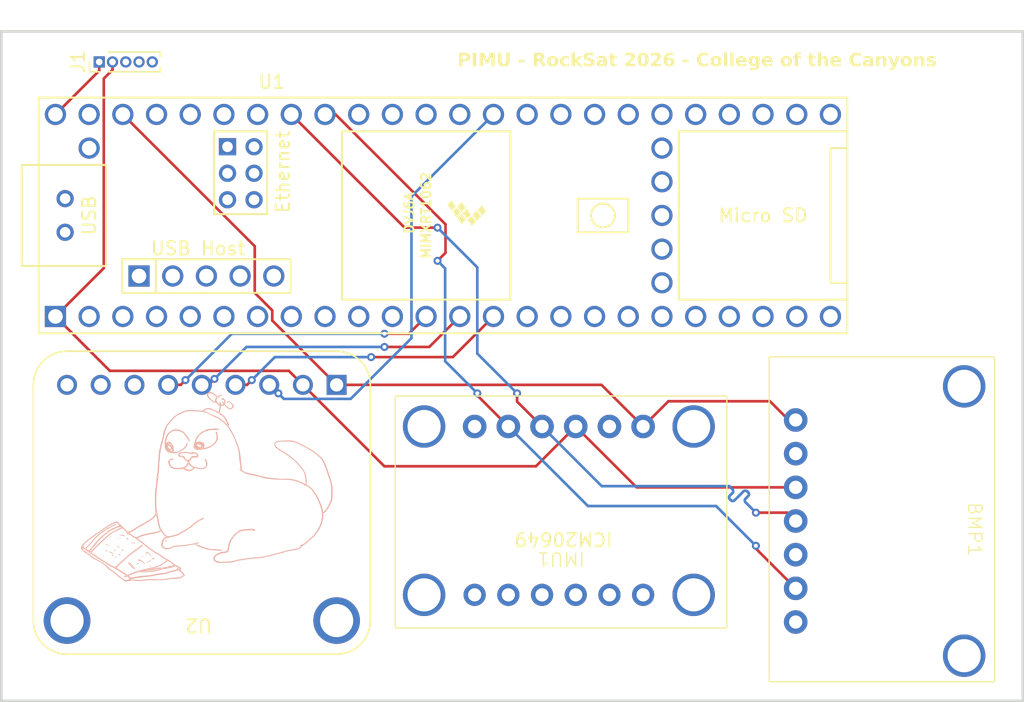
<source format=kicad_pcb>
(kicad_pcb (version 20241229) (generator "pcbnew") (generator_version "9.0")
  (title_block (title "PIMU Board") (date "2025-11-03") (rev "3") (company "COC RockSat 2026") (comment 1 "Owen Higgins"))
  (layers (0 "F.Cu" jumper) (2 "B.Cu" signal) (13 "F.Paste" user) (15 "B.Paste" user) (5 "F.SilkS" user "F.Silkscreen") (7 "B.SilkS" user "B.Silkscreen") (1 "F.Mask" user) (3 "B.Mask" user) (25 "Edge.Cuts" user))
  (net 0 "")
  (net 8 "/SD_CS")
  (net 19 "/SD_SCK")
  (net 35 "Net-(J1-Pin_1)")
  (net 39 "/SD_MOSI")
  (net 40 "/SD_MISO")
  (net 78 "Net-(BMP1-SCK)")
  (net 79 "Net-(BMP1-SDI)")
  (net 82 "Net-(BMP1-VIN)")
  (net 83 "Net-(BMP1-GND)")
  (footprint "RSX:BMP280" (layer "F.Cu") (at 173.5 109.75 -90)
    (property "Reference" "BMP1" (at 0 -6 270) (layer "F.SilkS") (effects (font (thickness 0.1))))
    (property "Value" "BMP280" (hide yes))
    (pad "" np_thru_hole circle (at -10.78 7.5 270) (size 2.54 2.54) (drill 2.54) (layers "*.Cu" "*.Mask"))
    (pad "" np_thru_hole circle (at -10.78 7.5 270) (size 2.54 2.54) (drill 2.54) (layers "*.Cu" "*.Mask"))
    (pad "" np_thru_hole circle (at 9.54 7.5 270) (size 2.54 2.54) (drill 2.54) (layers "*.Cu" "*.Mask"))
    (pad "" np_thru_hole circle (at 9.54 7.5 270) (size 2.54 2.54) (drill 2.54) (layers "*.Cu" "*.Mask"))
    (pad "1" thru_hole circle (at -8.24 7.5) (size 1.778 1.778) (drill 1) (layers "*.Cu" "*.Mask") (net 82 "Net-(BMP1-VIN)"))
    (pad "2" thru_hole circle (at -5.7 7.5) (size 1.778 1.778) (drill 1) (layers "*.Cu" "*.Mask"))
    (pad "3" thru_hole circle (at -3.16 7.5) (size 1.778 1.778) (drill 1) (layers "*.Cu" "*.Mask") (net 83 "Net-(BMP1-GND)"))
    (pad "4" thru_hole circle (at -0.62 7.5) (size 1.778 1.778) (drill 1) (layers "*.Cu" "*.Mask") (net 78 "Net-(BMP1-SCK)"))
    (pad "5" thru_hole circle (at 1.92 7.5) (size 1.778 1.778) (drill 1) (layers "*.Cu" "*.Mask"))
    (pad "6" thru_hole circle (at 4.46 7.5) (size 1.778 1.778) (drill 1) (layers "*.Cu" "*.Mask") (net 79 "Net-(BMP1-SDI)"))
    (pad "7" thru_hole circle (at 7 7.5) (size 1.778 1.778) (drill 1) (layers "*.Cu" "*.Mask"))
    (pad "P$1" thru_hole circle (at -10.78 -5.2 270) (size 3.2 3.2) (drill 2.5) (layers "*.Cu" "*.Mask"))
    (pad "P$1" thru_hole circle (at 9.54 -5.2 270) (size 3.2 3.2) (drill 2.5) (layers "*.Cu" "*.Mask"))
  )
  (footprint "RSX:IMU" (layer "F.Cu") (at 148.31 109.2 180)
    (property "Reference" "IMU1" (at 0 -2.8 180) (layer "F.SilkS") (effects (font (thickness 0.1))))
    (property "Value" "ICM20649" (at -0.19 -1.3 180) (layer "F.SilkS"))
    (pad "1" thru_hole circle (at -6.19 -5.5 270) (size 1.6764 1.6764) (drill 1) (layers "*.Cu" "*.Mask"))
    (pad "2" thru_hole circle (at -3.65 -5.5 270) (size 1.6764 1.6764) (drill 1) (layers "*.Cu" "*.Mask"))
    (pad "3" thru_hole circle (at -1.11 -5.5 270) (size 1.6764 1.6764) (drill 1) (layers "*.Cu" "*.Mask"))
    (pad "4" thru_hole circle (at 1.43 -5.5 270) (size 1.6764 1.6764) (drill 1) (layers "*.Cu" "*.Mask"))
    (pad "5" thru_hole circle (at 3.97 -5.5 270) (size 1.6764 1.6764) (drill 1) (layers "*.Cu" "*.Mask"))
    (pad "6" thru_hole circle (at 6.51 -5.5 270) (size 1.6764 1.6764) (drill 1) (layers "*.Cu" "*.Mask"))
    (pad "7" thru_hole circle (at -6.19 7.2 270) (size 1.778 1.778) (drill 1) (layers "*.Cu" "*.Mask") (net 82 "Net-(BMP1-VIN)"))
    (pad "8" thru_hole circle (at -3.65 7.2 270) (size 1.778 1.778) (drill 1) (layers "*.Cu" "*.Mask"))
    (pad "9" thru_hole circle (at -1.11 7.2 270) (size 1.778 1.778) (drill 1) (layers "*.Cu" "*.Mask") (net 83 "Net-(BMP1-GND)"))
    (pad "10" thru_hole circle (at 1.43 7.2 270) (size 1.778 1.778) (drill 1) (layers "*.Cu" "*.Mask") (net 78 "Net-(BMP1-SCK)"))
    (pad "11" thru_hole circle (at 3.97 7.2 270) (size 1.778 1.778) (drill 1) (layers "*.Cu" "*.Mask") (net 79 "Net-(BMP1-SDI)"))
    (pad "12" thru_hole circle (at 6.51 7.2 270) (size 1.778 1.778) (drill 1) (layers "*.Cu" "*.Mask"))
    (pad "P$1" thru_hole circle (at -10 -5.5 180) (size 3.2 3.2) (drill 2.5) (layers "*.Cu" "*.Mask"))
    (pad "P$1" thru_hole circle (at -10 7.2 180) (size 3.2 3.2) (drill 2.5) (layers "*.Cu" "*.Mask"))
    (pad "P$1" thru_hole circle (at 10.32 -5.5 180) (size 3.2 3.2) (drill 2.5) (layers "*.Cu" "*.Mask"))
    (pad "P$1" thru_hole circle (at 10.32 7.2 180) (size 3.2 3.2) (drill 2.5) (layers "*.Cu" "*.Mask"))
  )
  (footprint "Connector_PinHeader_1.00mm:PinHeader_1x05_P1.00mm_Vertical" (layer "F.Cu") (at 113.5 74.5 90)
    (property "Reference" "J1" (at 0 -1.61 90) (layer "F.SilkS"))
    (property "Value" "Conn_01x05")
    (pad "1" thru_hole rect (at 0 0 90) (size 0.85 0.85) (drill 0.5) (layers "*.Cu" "*.Mask") (net 35 "Net-(J1-Pin_1)"))
    (pad "2" thru_hole circle (at 0 1 90) (size 0.85 0.85) (drill 0.5) (layers "*.Cu" "*.Mask") (net 83 "Net-(BMP1-GND)"))
    (pad "3" thru_hole circle (at 0 2 90) (size 0.85 0.85) (drill 0.5) (layers "*.Cu" "*.Mask"))
    (pad "4" thru_hole circle (at 0 3 90) (size 0.85 0.85) (drill 0.5) (layers "*.Cu" "*.Mask"))
    (pad "5" thru_hole circle (at 0 4 90) (size 0.85 0.85) (drill 0.5) (layers "*.Cu" "*.Mask"))
  )
  (footprint "teensy.pretty-master:Teensy41" (layer "F.Cu") (at 139.41 86.08)
    (property "Reference" "U1" (at -12.91 -10.08 0) (layer "F.SilkS"))
    (property "Value" "Teensy4.1")
    (fp_text user "DVJ6A" (at -2.54 -0.18 270) (layer "F.SilkS") (effects (font (size 0.7 0.7))))
    (fp_text user "USB" (at -26.67 0 270) (layer "F.SilkS"))
    (fp_text user "MIMXRT1062" (at -1.27 0 270) (layer "F.SilkS") (effects (font (size 0.7 0.7))))
    (fp_text user "Ethernet" (at -12.065 -3.2766 90) (layer "F.SilkS"))
    (fp_text user "USB Host" (at -18.4658 2.4892 0) (layer "F.SilkS"))
    (fp_text user "Micro SD" (at 24.13 0 0) (layer "F.SilkS"))
    (pad "1" thru_hole rect (at -29.21 7.62) (size 1.6 1.6) (drill 1.1) (layers "*.Cu" "*.Mask") (net 83 "Net-(BMP1-GND)"))
    (pad "2" thru_hole circle (at -26.67 7.62) (size 1.6 1.6) (drill 1.1) (layers "*.Cu" "*.Mask"))
    (pad "3" thru_hole circle (at -24.13 7.62) (size 1.6 1.6) (drill 1.1) (layers "*.Cu" "*.Mask"))
    (pad "4" thru_hole circle (at -21.59 7.62) (size 1.6 1.6) (drill 1.1) (layers "*.Cu" "*.Mask"))
    (pad "5" thru_hole circle (at -19.05 7.62) (size 1.6 1.6) (drill 1.1) (layers "*.Cu" "*.Mask"))
    (pad "6" thru_hole circle (at -16.51 7.62) (size 1.6 1.6) (drill 1.1) (layers "*.Cu" "*.Mask"))
    (pad "7" thru_hole circle (at -13.97 7.62) (size 1.6 1.6) (drill 1.1) (layers "*.Cu" "*.Mask"))
    (pad "8" thru_hole circle (at -11.43 7.62) (size 1.6 1.6) (drill 1.1) (layers "*.Cu" "*.Mask"))
    (pad "9" thru_hole circle (at -8.89 7.62) (size 1.6 1.6) (drill 1.1) (layers "*.Cu" "*.Mask"))
    (pad "10" thru_hole circle (at -6.35 7.62) (size 1.6 1.6) (drill 1.1) (layers "*.Cu" "*.Mask"))
    (pad "11" thru_hole circle (at -3.81 7.62) (size 1.6 1.6) (drill 1.1) (layers "*.Cu" "*.Mask"))
    (pad "12" thru_hole circle (at -1.27 7.62) (size 1.6 1.6) (drill 1.1) (layers "*.Cu" "*.Mask") (net 8 "/SD_CS"))
    (pad "13" thru_hole circle (at 1.27 7.62) (size 1.6 1.6) (drill 1.1) (layers "*.Cu" "*.Mask") (net 39 "/SD_MOSI"))
    (pad "14" thru_hole circle (at 3.81 7.62) (size 1.6 1.6) (drill 1.1) (layers "*.Cu" "*.Mask") (net 40 "/SD_MISO"))
    (pad "15" thru_hole circle (at 6.35 7.62) (size 1.6 1.6) (drill 1.1) (layers "*.Cu" "*.Mask"))
    (pad "16" thru_hole circle (at 8.89 7.62) (size 1.6 1.6) (drill 1.1) (layers "*.Cu" "*.Mask"))
    (pad "17" thru_hole circle (at 11.43 7.62) (size 1.6 1.6) (drill 1.1) (layers "*.Cu" "*.Mask"))
    (pad "18" thru_hole circle (at 13.97 7.62) (size 1.6 1.6) (drill 1.1) (layers "*.Cu" "*.Mask"))
    (pad "19" thru_hole circle (at 16.51 7.62) (size 1.6 1.6) (drill 1.1) (layers "*.Cu" "*.Mask"))
    (pad "20" thru_hole circle (at 19.05 7.62) (size 1.6 1.6) (drill 1.1) (layers "*.Cu" "*.Mask"))
    (pad "21" thru_hole circle (at 21.59 7.62) (size 1.6 1.6) (drill 1.1) (layers "*.Cu" "*.Mask"))
    (pad "22" thru_hole circle (at 24.13 7.62) (size 1.6 1.6) (drill 1.1) (layers "*.Cu" "*.Mask"))
    (pad "23" thru_hole circle (at 26.67 7.62) (size 1.6 1.6) (drill 1.1) (layers "*.Cu" "*.Mask"))
    (pad "24" thru_hole circle (at 29.21 7.62) (size 1.6 1.6) (drill 1.1) (layers "*.Cu" "*.Mask"))
    (pad "25" thru_hole circle (at 29.21 -7.62) (size 1.6 1.6) (drill 1.1) (layers "*.Cu" "*.Mask"))
    (pad "26" thru_hole circle (at 26.67 -7.62) (size 1.6 1.6) (drill 1.1) (layers "*.Cu" "*.Mask"))
    (pad "27" thru_hole circle (at 24.13 -7.62) (size 1.6 1.6) (drill 1.1) (layers "*.Cu" "*.Mask"))
    (pad "28" thru_hole circle (at 21.59 -7.62) (size 1.6 1.6) (drill 1.1) (layers "*.Cu" "*.Mask"))
    (pad "29" thru_hole circle (at 19.05 -7.62) (size 1.6 1.6) (drill 1.1) (layers "*.Cu" "*.Mask"))
    (pad "30" thru_hole circle (at 16.51 -7.62) (size 1.6 1.6) (drill 1.1) (layers "*.Cu" "*.Mask"))
    (pad "31" thru_hole circle (at 13.97 -7.62) (size 1.6 1.6) (drill 1.1) (layers "*.Cu" "*.Mask"))
    (pad "32" thru_hole circle (at 11.43 -7.62) (size 1.6 1.6) (drill 1.1) (layers "*.Cu" "*.Mask"))
    (pad "33" thru_hole circle (at 8.89 -7.62) (size 1.6 1.6) (drill 1.1) (layers "*.Cu" "*.Mask"))
    (pad "34" thru_hole circle (at 6.35 -7.62) (size 1.6 1.6) (drill 1.1) (layers "*.Cu" "*.Mask"))
    (pad "35" thru_hole circle (at 3.81 -7.62) (size 1.6 1.6) (drill 1.1) (layers "*.Cu" "*.Mask") (net 19 "/SD_SCK"))
    (pad "36" thru_hole circle (at 1.27 -7.62) (size 1.6 1.6) (drill 1.1) (layers "*.Cu" "*.Mask"))
    (pad "37" thru_hole circle (at -1.27 -7.62) (size 1.6 1.6) (drill 1.1) (layers "*.Cu" "*.Mask"))
    (pad "38" thru_hole circle (at -3.81 -7.62) (size 1.6 1.6) (drill 1.1) (layers "*.Cu" "*.Mask"))
    (pad "39" thru_hole circle (at -6.35 -7.62) (size 1.6 1.6) (drill 1.1) (layers "*.Cu" "*.Mask"))
    (pad "40" thru_hole circle (at -8.89 -7.62) (size 1.6 1.6) (drill 1.1) (layers "*.Cu" "*.Mask") (net 79 "Net-(BMP1-SDI)"))
    (pad "41" thru_hole circle (at -11.43 -7.62) (size 1.6 1.6) (drill 1.1) (layers "*.Cu" "*.Mask") (net 78 "Net-(BMP1-SCK)"))
    (pad "42" thru_hole circle (at -13.97 -7.62) (size 1.6 1.6) (drill 1.1) (layers "*.Cu" "*.Mask"))
    (pad "43" thru_hole circle (at -16.51 -7.62) (size 1.6 1.6) (drill 1.1) (layers "*.Cu" "*.Mask"))
    (pad "44" thru_hole circle (at -19.05 -7.62) (size 1.6 1.6) (drill 1.1) (layers "*.Cu" "*.Mask"))
    (pad "45" thru_hole circle (at -21.59 -7.62) (size 1.6 1.6) (drill 1.1) (layers "*.Cu" "*.Mask"))
    (pad "46" thru_hole circle (at -24.13 -7.62) (size 1.6 1.6) (drill 1.1) (layers "*.Cu" "*.Mask") (net 82 "Net-(BMP1-VIN)"))
    (pad "47" thru_hole circle (at -26.67 -7.62) (size 1.6 1.6) (drill 1.1) (layers "*.Cu" "*.Mask"))
    (pad "48" thru_hole circle (at -29.21 -7.62) (size 1.6 1.6) (drill 1.1) (layers "*.Cu" "*.Mask") (net 35 "Net-(J1-Pin_1)"))
    (pad "49" thru_hole circle (at -26.67 -5.08) (size 1.6 1.6) (drill 1.1) (layers "*.Cu" "*.Mask"))
    (pad "50" thru_hole circle (at 16.51 5.08) (size 1.6 1.6) (drill 1.1) (layers "*.Cu" "*.Mask"))
    (pad "51" thru_hole circle (at 16.51 2.54) (size 1.6 1.6) (drill 1.1) (layers "*.Cu" "*.Mask"))
    (pad "52" thru_hole circle (at 16.51 0) (size 1.6 1.6) (drill 1.1) (layers "*.Cu" "*.Mask"))
    (pad "53" thru_hole circle (at 16.51 -2.54) (size 1.6 1.6) (drill 1.1) (layers "*.Cu" "*.Mask"))
    (pad "54" thru_hole circle (at 16.51 -5.08) (size 1.6 1.6) (drill 1.1) (layers "*.Cu" "*.Mask"))
    (pad "55" thru_hole rect (at -22.9108 4.5692) (size 1.6 1.6) (drill 1.1) (layers "*.Cu" "*.Mask"))
    (pad "56" thru_hole circle (at -20.3708 4.5692) (size 1.6 1.6) (drill 1.1) (layers "*.Cu" "*.Mask"))
    (pad "57" thru_hole circle (at -17.8308 4.5692) (size 1.6 1.6) (drill 1.1) (layers "*.Cu" "*.Mask"))
    (pad "58" thru_hole circle (at -15.2908 4.5692) (size 1.6 1.6) (drill 1.1) (layers "*.Cu" "*.Mask"))
    (pad "59" thru_hole circle (at -12.7508 4.5692) (size 1.6 1.6) (drill 1.1) (layers "*.Cu" "*.Mask"))
    (pad "60" thru_hole rect (at -16.24 -5.1816) (size 1.3 1.3) (drill 0.8) (layers "*.Cu" "*.Mask"))
    (pad "61" thru_hole circle (at -16.24 -3.1816) (size 1.3 1.3) (drill 0.8) (layers "*.Cu" "*.Mask"))
    (pad "62" thru_hole circle (at -16.24 -1.1816) (size 1.3 1.3) (drill 0.8) (layers "*.Cu" "*.Mask"))
    (pad "63" thru_hole circle (at -14.24 -1.1816) (size 1.3 1.3) (drill 0.8) (layers "*.Cu" "*.Mask"))
    (pad "64" thru_hole circle (at -14.24 -3.1816) (size 1.3 1.3) (drill 0.8) (layers "*.Cu" "*.Mask"))
    (pad "65" thru_hole circle (at -14.24 -5.1816) (size 1.3 1.3) (drill 0.8) (layers "*.Cu" "*.Mask"))
    (pad "66" thru_hole circle (at -28.48 -1.27) (size 1.3 1.3) (drill 0.8) (layers "*.Cu" "*.Mask"))
    (pad "67" thru_hole circle (at -28.48 1.27) (size 1.3 1.3) (drill 0.8) (layers "*.Cu" "*.Mask"))
  )
  (footprint "RSX:MODULE_MICROSD_SPI_OR_SDIO_CARD" (layer "F.Cu") (at 121.235 107.75 180)
    (property "Reference" "U2" (at 0.235 -9.25 180) (layer "F.SilkS"))
    (property "Value" "MICROSD_SPI_OR_SDIO_CARD")
    (pad "1" thru_hole rect (at -10.16 8.89 180) (size 1.508 1.508) (drill 1) (layers "*.Cu" "*.Mask") (net 82 "Net-(BMP1-VIN)"))
    (pad "2" thru_hole circle (at -7.62 8.89 180) (size 1.508 1.508) (drill 1) (layers "*.Cu" "*.Mask") (net 83 "Net-(BMP1-GND)"))
    (pad "3" thru_hole circle (at -5.08 8.89 180) (size 1.508 1.508) (drill 1) (layers "*.Cu" "*.Mask") (net 19 "/SD_SCK"))
    (pad "4" thru_hole circle (at -2.54 8.89 180) (size 1.508 1.508) (drill 1) (layers "*.Cu" "*.Mask") (net 40 "/SD_MISO"))
    (pad "5" thru_hole circle (at 0 8.89 180) (size 1.508 1.508) (drill 1) (layers "*.Cu" "*.Mask") (net 39 "/SD_MOSI"))
    (pad "6" thru_hole circle (at 2.54 8.89 180) (size 1.508 1.508) (drill 1) (layers "*.Cu" "*.Mask") (net 8 "/SD_CS"))
    (pad "7" thru_hole circle (at 5.08 8.89 180) (size 1.508 1.508) (drill 1) (layers "*.Cu" "*.Mask"))
    (pad "8" thru_hole circle (at 7.62 8.89 180) (size 1.508 1.508) (drill 1) (layers "*.Cu" "*.Mask"))
    (pad "9" thru_hole circle (at 10.16 8.89 180) (size 1.508 1.508) (drill 1) (layers "*.Cu" "*.Mask"))
    (pad "S1" thru_hole circle (at -10.16 -8.89 180) (size 3.516 3.516) (drill 2.5) (layers "*.Cu" "*.Mask"))
    (pad "S2" thru_hole circle (at 10.16 -8.89 180) (size 3.516 3.516) (drill 2.5) (layers "*.Cu" "*.Mask"))
  )
  (footprint "LOGO" (layer "B.Cu") (at 118.12 104.7 180)
    (property "Reference" "G***" (hide yes))
    (property "Value" "LOGO" (hide yes))
  )
  (gr_rect (start 106.12 72.2) (end 183.12 122.7) (stroke (width 0.2)) (fill no) (layer "Edge.Cuts"))
  (gr_text "PIMU - RockSat 2026 - College of the Canyons" (at 140.5 75 0) (layer "F.SilkS") (effects (font (size 1 1) (thickness 0.2) (bold yes)) (justify left bottom)))
  (segment (start 136.84 95) (end 138.14 93.7) (width 0.2) (layer "F.Cu") (net 8))
  (segment (start 118.695 98.86) (end 119.64 98.86) (width 0.2) (layer "F.Cu") (net 8))
  (segment (start 119.64 98.86) (end 120 98.5) (width 0.2) (layer "F.Cu") (net 8))
  (segment (start 135 95) (end 136.84 95) (width 0.2) (layer "F.Cu") (net 8))
  (via (at 135 95) (size 0.6) (drill 0.3) (layers "F.Cu" "B.Cu") (net 8))
  (via (at 120 98.5) (size 0.6) (drill 0.3) (layers "F.Cu" "B.Cu") (net 8))
  (segment (start 120 98.5) (end 123.5 95) (width 0.2) (layer "B.Cu") (net 8))
  (segment (start 123.5 95) (end 135 95) (width 0.2) (layer "B.Cu") (net 8))
  (segment (start 126.315 98.86) (end 126.36 98.86) (width 0.2) (layer "F.Cu") (net 19))
  (segment (start 126.36 98.86) (end 127 99.5) (width 0.2) (layer "F.Cu") (net 19))
  (via (at 127 99.5) (size 0.6) (drill 0.3) (layers "F.Cu" "B.Cu") (net 19))
  (segment (start 137.0358 84.6442) (end 143.22 78.46) (width 0.2) (layer "B.Cu") (net 19))
  (segment (start 127.4182 99.9182) (end 132.4532 99.9182) (width 0.2) (layer "B.Cu") (net 19))
  (segment (start 132.4532 99.9182) (end 137.0358 95.3356) (width 0.2) (layer "B.Cu") (net 19))
  (segment (start 137.0358 95.3356) (end 137.0358 84.6442) (width 0.2) (layer "B.Cu") (net 19))
  (segment (start 127 99.5) (end 127.4182 99.9182) (width 0.2) (layer "B.Cu") (net 19))
  (segment (start 113.5 74.5) (end 113.5 75.16) (width 0.2) (layer "F.Cu") (net 35))
  (segment (start 113.5 75.16) (end 110.2 78.46) (width 0.2) (layer "F.Cu") (net 35))
  (segment (start 135 96) (end 138.38 96) (width 0.2) (layer "F.Cu") (net 39))
  (segment (start 121.737973 98.86) (end 122.18506 98.412913) (width 0.2) (layer "F.Cu") (net 39))
  (segment (start 138.38 96) (end 140.68 93.7) (width 0.2) (layer "F.Cu") (net 39))
  (segment (start 121.235 98.86) (end 121.737973 98.86) (width 0.2) (layer "F.Cu") (net 39))
  (via (at 135 96) (size 0.6) (drill 0.3) (layers "F.Cu" "B.Cu") (net 39))
  (via (at 122.18506 98.412913) (size 0.6) (drill 0.3) (layers "F.Cu" "B.Cu") (net 39))
  (segment (start 124.597973 96) (end 135 96) (width 0.2) (layer "B.Cu") (net 39))
  (segment (start 122.18506 98.412913) (end 124.597973 96) (width 0.2) (layer "B.Cu") (net 39))
  (segment (start 140.155461 96.764539) (end 143.22 93.7) (width 0.2) (layer "F.Cu") (net 40))
  (segment (start 134 96.764539) (end 140.155461 96.764539) (width 0.2) (layer "F.Cu") (net 40))
  (segment (start 124.64 98.86) (end 125 98.5) (width 0.2) (layer "F.Cu") (net 40))
  (segment (start 123.775 98.86) (end 124.64 98.86) (width 0.2) (layer "F.Cu") (net 40))
  (via (at 125 98.5) (size 0.6) (drill 0.3) (layers "F.Cu" "B.Cu") (net 40))
  (via (at 134 96.764539) (size 0.6) (drill 0.3) (layers "F.Cu" "B.Cu") (net 40))
  (segment (start 126.735461 96.764539) (end 125 98.5) (width 0.2) (layer "B.Cu") (net 40))
  (segment (start 134 96.764539) (end 126.735461 96.764539) (width 0.2) (layer "B.Cu") (net 40))
  (segment (start 136.52 87) (end 127.98 78.46) (width 0.2) (layer "F.Cu") (net 78))
  (segment (start 139 87) (end 136.52 87) (width 0.2) (layer "F.Cu") (net 78))
  (segment (start 146.88 102) (end 145 100.12) (width 0.2) (layer "F.Cu") (net 78))
  (segment (start 163 108.5) (end 165.37 108.5) (width 0.2) (layer "F.Cu") (net 78))
  (segment (start 165.37 108.5) (end 166 109.13) (width 0.2) (layer "F.Cu") (net 78))
  (segment (start 145 100.12) (end 145 99.5) (width 0.2) (layer "F.Cu") (net 78))
  (via (at 139 87) (size 0.6) (drill 0.3) (layers "F.Cu" "B.Cu") (net 78))
  (via (at 145 99.5) (size 0.6) (drill 0.3) (layers "F.Cu" "B.Cu") (net 78))
  (via (at 163 108.5) (size 0.6) (drill 0.3) (layers "F.Cu" "B.Cu") (net 78))
  (segment (start 161.234032 106.734032) (end 161.163322 106.663322) (width 0.2) (layer "B.Cu") (net 78))
  (segment (start 151.38 106.5) (end 146.88 102) (width 0.2) (layer "B.Cu") (net 78))
  (segment (start 162.063219 106.894797) (end 161.870429 107.087586) (width 0.2) (layer "B.Cu") (net 78))
  (segment (start 162.223986 107.441143) (end 162.416775 107.248353) (width 0.2) (layer "B.Cu") (net 78))
  (segment (start 161.587586 107.370429) (end 161.394796 107.563219) (width 0.2) (layer "B.Cu") (net 78))
  (segment (start 161.111954 107.563219) (end 161.041242 107.492507) (width 0.2) (layer "B.Cu") (net 78))
  (segment (start 161.041243 107.209665) (end 161.234031 107.016874) (width 0.2) (layer "B.Cu") (net 78))
  (segment (start 161.163322 106.663322) (end 161 106.5) (width 0.2) (layer "B.Cu") (net 78))
  (segment (start 161.729007 107.229008) (end 161.729009 107.229009) (width 0.2) (layer "B.Cu") (net 78))
  (segment (start 142 96.5) (end 142 90) (width 0.2) (layer "B.Cu") (net 78))
  (segment (start 163 108.5) (end 162.223986 107.723986) (width 0.2) (layer "B.Cu") (net 78))
  (segment (start 161 106.5) (end 159.5 106.5) (width 0.2) (layer "B.Cu") (net 78))
  (segment (start 142 90) (end 139 87) (width 0.2) (layer "B.Cu") (net 78))
  (segment (start 162.416775 106.96551) (end 162.346062 106.894797) (width 0.2) (layer "B.Cu") (net 78))
  (segment (start 161.870429 107.087586) (end 161.729007 107.229008) (width 0.2) (layer "B.Cu") (net 78))
  (segment (start 159.5 106.5) (end 151.38 106.5) (width 0.2) (layer "B.Cu") (net 78))
  (segment (start 161.729009 107.229009) (end 161.587586 107.370429) (width 0.2) (layer "B.Cu") (net 78))
  (segment (start 145 99.5) (end 142 96.5) (width 0.2) (layer "B.Cu") (net 78))
  (arc (start 162.223986 107.723986) (mid 162.165407 107.582565) (end 162.223986 107.441143) (width 0.2) (layer "B.Cu") (net 78))
  (arc (start 161.041242 107.492507) (mid 160.982663 107.351086) (end 161.041243 107.209665) (width 0.2) (layer "B.Cu") (net 78))
  (arc (start 162.346062 106.894797) (mid 162.204641 106.836218) (end 162.063219 106.894797) (width 0.2) (layer "B.Cu") (net 78))
  (arc (start 161.394796 107.563219) (mid 161.253376 107.621798) (end 161.111954 107.563219) (width 0.2) (layer "B.Cu") (net 78))
  (arc (start 161.234031 107.016874) (mid 161.292611 106.875453) (end 161.234032 106.734032) (width 0.2) (layer "B.Cu") (net 78))
  (arc (start 162.416775 107.248353) (mid 162.475354 107.106931) (end 162.416775 106.96551) (width 0.2) (layer "B.Cu") (net 78))
  (segment (start 163 111.21) (end 163 111) (width 0.2) (layer "F.Cu") (net 79))
  (segment (start 131.314468 78.46) (end 130.52 78.46) (width 0.2) (layer "F.Cu") (net 79))
  (segment (start 142 99.66) (end 142 99.5) (width 0.2) (layer "F.Cu") (net 79))
  (segment (start 139.6042 86.749732) (end 131.314468 78.46) (width 0.2) (layer "F.Cu") (net 79))
  (segment (start 139 89.5) (end 139.6042 88.8958) (width 0.2) (layer "F.Cu") (net 79))
  (segment (start 144.34 102) (end 142 99.66) (width 0.2) (layer "F.Cu") (net 79))
  (segment (start 139.6042 88.8958) (end 139.6042 86.749732) (width 0.2) (layer "F.Cu") (net 79))
  (segment (start 166 114.21) (end 163 111.21) (width 0.2) (layer "F.Cu") (net 79))
  (via (at 142 99.5) (size 0.6) (drill 0.3) (layers "F.Cu" "B.Cu") (net 79))
  (via (at 139 89.5) (size 0.6) (drill 0.3) (layers "F.Cu" "B.Cu") (net 79))
  (via (at 163 111) (size 0.6) (drill 0.3) (layers "F.Cu" "B.Cu") (net 79))
  (segment (start 149.4442 107.1042) (end 149.42 107.08) (width 0.2) (layer "B.Cu") (net 79))
  (segment (start 139.5758 97.0758) (end 139.5758 90.0758) (width 0.2) (layer "B.Cu") (net 79))
  (segment (start 142 99.5) (end 139.5758 97.0758) (width 0.2) (layer "B.Cu") (net 79))
  (segment (start 150.34 108) (end 149.42 107.08) (width 0.2) (layer "B.Cu") (net 79))
  (segment (start 149.42 107.08) (end 144.34 102) (width 0.2) (layer "B.Cu") (net 79))
  (segment (start 139.5758 90.0758) (end 139 89.5) (width 0.2) (layer "B.Cu") (net 79))
  (segment (start 163 111) (end 160 108) (width 0.2) (layer "B.Cu") (net 79))
  (segment (start 160 108) (end 150.34 108) (width 0.2) (layer "B.Cu") (net 79))
  (segment (start 165.5 101.54) (end 164.0558 100.0958) (width 0.2) (layer "F.Cu") (net 82))
  (segment (start 154.5 102) (end 151.36 98.86) (width 0.2) (layer "F.Cu") (net 82))
  (segment (start 131.395 98.86) (end 126.5442 94.0092) (width 0.2) (layer "F.Cu") (net 82))
  (segment (start 156.4042 100.0958) (end 154.5 102) (width 0.2) (layer "F.Cu") (net 82))
  (segment (start 151.36 98.86) (end 131.395 98.86) (width 0.2) (layer "F.Cu") (net 82))
  (segment (start 164.0558 100.0958) (end 156.4042 100.0958) (width 0.2) (layer "F.Cu") (net 82))
  (segment (start 125.2234 88.4034) (end 115.28 78.46) (width 0.2) (layer "F.Cu") (net 82))
  (segment (start 126.5442 93.242625) (end 125.2234 91.921825) (width 0.2) (layer "F.Cu") (net 82))
  (segment (start 125.2234 91.921825) (end 125.2234 88.4034) (width 0.2) (layer "F.Cu") (net 82))
  (segment (start 126.5442 94.0092) (end 126.5442 93.242625) (width 0.2) (layer "F.Cu") (net 82))
  (segment (start 154.01 106.59) (end 149.42 102) (width 0.2) (layer "F.Cu") (net 83))
  (segment (start 113.8442 75.75684) (end 113.8442 90.0558) (width 0.2) (layer "F.Cu") (net 83))
  (segment (start 114.5 75.10104) (end 113.8442 75.75684) (width 0.2) (layer "F.Cu") (net 83))
  (segment (start 166 106.59) (end 154.01 106.59) (width 0.2) (layer "F.Cu") (net 83))
  (segment (start 114.5 74.5) (end 114.5 75.10104) (width 0.2) (layer "F.Cu") (net 83))
  (segment (start 128.855 98.86) (end 127.7968 97.8018) (width 0.2) (layer "F.Cu") (net 83))
  (segment (start 134.995 105) (end 128.855 98.86) (width 0.2) (layer "F.Cu") (net 83))
  (segment (start 149.42 102) (end 146.42 105) (width 0.2) (layer "F.Cu") (net 83))
  (segment (start 114.3018 97.8018) (end 110.2 93.7) (width 0.2) (layer "F.Cu") (net 83))
  (segment (start 113.8442 90.0558) (end 110.2 93.7) (width 0.2) (layer "F.Cu") (net 83))
  (segment (start 127.7968 97.8018) (end 114.3018 97.8018) (width 0.2) (layer "F.Cu") (net 83))
  (segment (start 146.42 105) (end 134.995 105) (width 0.2) (layer "F.Cu") (net 83))
)
</source>
